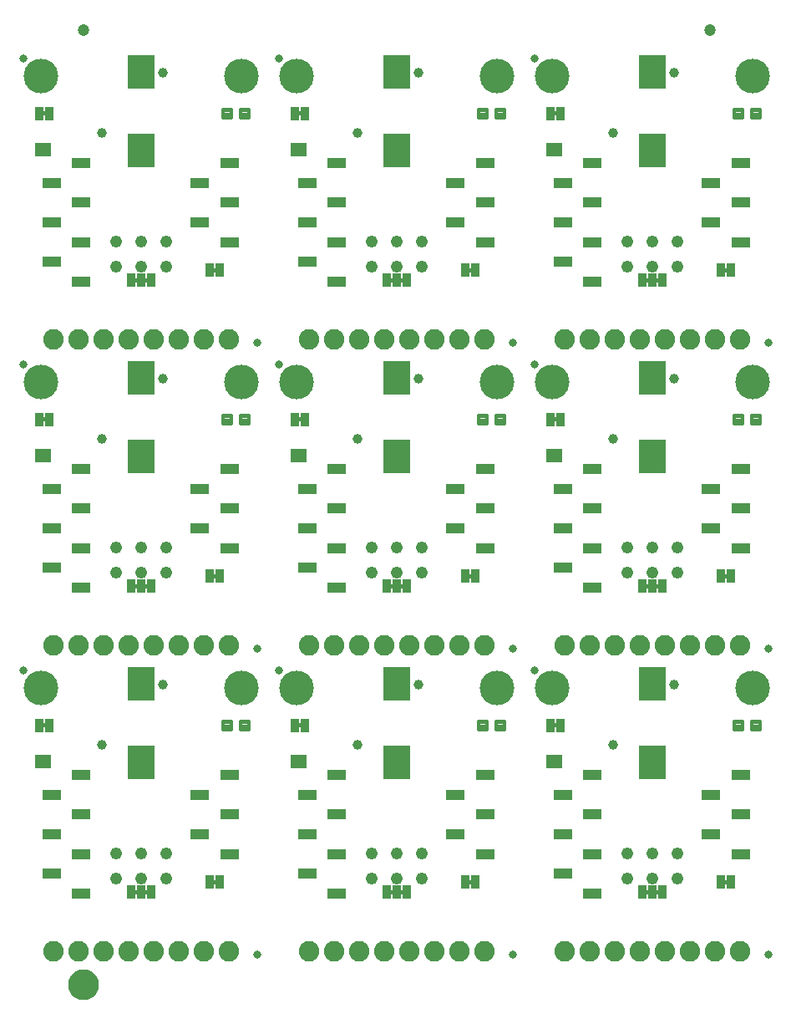
<source format=gbs>
G75*
%MOIN*%
%OFA0B0*%
%FSLAX25Y25*%
%IPPOS*%
%LPD*%
%AMOC8*
5,1,8,0,0,1.08239X$1,22.5*
%
%ADD10C,0.13800*%
%ADD11R,0.03300X0.05800*%
%ADD12C,0.00500*%
%ADD13C,0.08200*%
%ADD14C,0.03300*%
%ADD15R,0.07493X0.04146*%
%ADD16C,0.04808*%
%ADD17C,0.01421*%
%ADD18R,0.10643X0.13398*%
%ADD19C,0.03950*%
%ADD20C,0.04737*%
%ADD21C,0.05000*%
%ADD22C,0.06706*%
D10*
X0044481Y0138750D03*
X0124481Y0138750D03*
X0146481Y0138750D03*
X0226481Y0138750D03*
X0248481Y0138750D03*
X0328481Y0138750D03*
X0328481Y0260750D03*
X0248481Y0260750D03*
X0226481Y0260750D03*
X0146481Y0260750D03*
X0124481Y0260750D03*
X0044481Y0260750D03*
X0044481Y0382750D03*
X0124481Y0382750D03*
X0146481Y0382750D03*
X0226481Y0382750D03*
X0248481Y0382750D03*
X0328481Y0382750D03*
D11*
X0319981Y0305250D03*
X0315981Y0305250D03*
X0292481Y0301250D03*
X0288481Y0301250D03*
X0284481Y0301250D03*
X0251081Y0353250D03*
X0247881Y0353250D03*
X0247981Y0367750D03*
X0251981Y0367750D03*
X0217981Y0305250D03*
X0213981Y0305250D03*
X0190481Y0301250D03*
X0186481Y0301250D03*
X0182481Y0301250D03*
X0149081Y0353250D03*
X0145881Y0353250D03*
X0145981Y0367750D03*
X0149981Y0367750D03*
X0115981Y0305250D03*
X0111981Y0305250D03*
X0088481Y0301250D03*
X0084481Y0301250D03*
X0080481Y0301250D03*
X0047081Y0353250D03*
X0043881Y0353250D03*
X0043981Y0367750D03*
X0047981Y0367750D03*
X0047981Y0245750D03*
X0043981Y0245750D03*
X0043881Y0231250D03*
X0047081Y0231250D03*
X0080481Y0179250D03*
X0084481Y0179250D03*
X0088481Y0179250D03*
X0111981Y0183250D03*
X0115981Y0183250D03*
X0145881Y0231250D03*
X0149081Y0231250D03*
X0149981Y0245750D03*
X0145981Y0245750D03*
X0182481Y0179250D03*
X0186481Y0179250D03*
X0190481Y0179250D03*
X0213981Y0183250D03*
X0217981Y0183250D03*
X0247881Y0231250D03*
X0251081Y0231250D03*
X0251981Y0245750D03*
X0247981Y0245750D03*
X0284481Y0179250D03*
X0288481Y0179250D03*
X0292481Y0179250D03*
X0315981Y0183250D03*
X0319981Y0183250D03*
X0251981Y0123750D03*
X0247981Y0123750D03*
X0247881Y0109250D03*
X0251081Y0109250D03*
X0217981Y0061250D03*
X0213981Y0061250D03*
X0190481Y0057250D03*
X0186481Y0057250D03*
X0182481Y0057250D03*
X0149081Y0109250D03*
X0145881Y0109250D03*
X0145981Y0123750D03*
X0149981Y0123750D03*
X0115981Y0061250D03*
X0111981Y0061250D03*
X0088481Y0057250D03*
X0084481Y0057250D03*
X0080481Y0057250D03*
X0047081Y0109250D03*
X0043881Y0109250D03*
X0043981Y0123750D03*
X0047981Y0123750D03*
X0284481Y0057250D03*
X0288481Y0057250D03*
X0292481Y0057250D03*
X0315981Y0061250D03*
X0319981Y0061250D03*
D12*
X0318731Y0061153D02*
X0317231Y0061153D01*
X0317231Y0060750D02*
X0318731Y0060750D01*
X0318731Y0061750D01*
X0317231Y0061750D01*
X0317231Y0060750D01*
X0317231Y0061652D02*
X0318731Y0061652D01*
X0291231Y0057750D02*
X0291231Y0056750D01*
X0285731Y0056750D01*
X0285731Y0057750D01*
X0291231Y0057750D01*
X0291231Y0057664D02*
X0285731Y0057664D01*
X0285731Y0057165D02*
X0291231Y0057165D01*
X0250731Y0123250D02*
X0250731Y0124250D01*
X0249231Y0124250D01*
X0249231Y0123250D01*
X0250731Y0123250D01*
X0250731Y0123467D02*
X0249231Y0123467D01*
X0249231Y0123966D02*
X0250731Y0123966D01*
X0285731Y0178750D02*
X0291231Y0178750D01*
X0291231Y0179750D01*
X0285731Y0179750D01*
X0285731Y0178750D01*
X0285731Y0178802D02*
X0291231Y0178802D01*
X0291231Y0179300D02*
X0285731Y0179300D01*
X0317231Y0182750D02*
X0318731Y0182750D01*
X0318731Y0183750D01*
X0317231Y0183750D01*
X0317231Y0182750D01*
X0317231Y0182790D02*
X0318731Y0182790D01*
X0318731Y0183289D02*
X0317231Y0183289D01*
X0250731Y0245250D02*
X0250731Y0246250D01*
X0249231Y0246250D01*
X0249231Y0245250D01*
X0250731Y0245250D01*
X0250731Y0245602D02*
X0249231Y0245602D01*
X0249231Y0246101D02*
X0250731Y0246101D01*
X0285731Y0300750D02*
X0291231Y0300750D01*
X0291231Y0301750D01*
X0285731Y0301750D01*
X0285731Y0300750D01*
X0285731Y0300937D02*
X0291231Y0300937D01*
X0291231Y0301436D02*
X0285731Y0301436D01*
X0317231Y0304750D02*
X0318731Y0304750D01*
X0318731Y0305750D01*
X0317231Y0305750D01*
X0317231Y0304750D01*
X0317231Y0304925D02*
X0318731Y0304925D01*
X0318731Y0305424D02*
X0317231Y0305424D01*
X0250731Y0367250D02*
X0250731Y0368250D01*
X0249231Y0368250D01*
X0249231Y0367250D01*
X0250731Y0367250D01*
X0250731Y0367738D02*
X0249231Y0367738D01*
X0249231Y0368236D02*
X0250731Y0368236D01*
X0216731Y0305750D02*
X0215231Y0305750D01*
X0215231Y0304750D01*
X0216731Y0304750D01*
X0216731Y0305750D01*
X0216731Y0305424D02*
X0215231Y0305424D01*
X0215231Y0304925D02*
X0216731Y0304925D01*
X0189231Y0301750D02*
X0189231Y0300750D01*
X0183731Y0300750D01*
X0183731Y0301750D01*
X0189231Y0301750D01*
X0189231Y0301436D02*
X0183731Y0301436D01*
X0183731Y0300937D02*
X0189231Y0300937D01*
X0148731Y0246250D02*
X0148731Y0245250D01*
X0147231Y0245250D01*
X0147231Y0246250D01*
X0148731Y0246250D01*
X0148731Y0246101D02*
X0147231Y0246101D01*
X0147231Y0245602D02*
X0148731Y0245602D01*
X0114731Y0304750D02*
X0114731Y0305750D01*
X0113231Y0305750D01*
X0113231Y0304750D01*
X0114731Y0304750D01*
X0114731Y0304925D02*
X0113231Y0304925D01*
X0113231Y0305424D02*
X0114731Y0305424D01*
X0087231Y0301750D02*
X0087231Y0300750D01*
X0081731Y0300750D01*
X0081731Y0301750D01*
X0087231Y0301750D01*
X0087231Y0301436D02*
X0081731Y0301436D01*
X0081731Y0300937D02*
X0087231Y0300937D01*
X0046731Y0246250D02*
X0046731Y0245250D01*
X0045231Y0245250D01*
X0045231Y0246250D01*
X0046731Y0246250D01*
X0046731Y0246101D02*
X0045231Y0246101D01*
X0045231Y0245602D02*
X0046731Y0245602D01*
X0081731Y0179750D02*
X0081731Y0178750D01*
X0087231Y0178750D01*
X0087231Y0179750D01*
X0081731Y0179750D01*
X0081731Y0179300D02*
X0087231Y0179300D01*
X0087231Y0178802D02*
X0081731Y0178802D01*
X0113231Y0182750D02*
X0114731Y0182750D01*
X0114731Y0183750D01*
X0113231Y0183750D01*
X0113231Y0182750D01*
X0113231Y0182790D02*
X0114731Y0182790D01*
X0114731Y0183289D02*
X0113231Y0183289D01*
X0147231Y0124250D02*
X0147231Y0123250D01*
X0148731Y0123250D01*
X0148731Y0124250D01*
X0147231Y0124250D01*
X0147231Y0123966D02*
X0148731Y0123966D01*
X0148731Y0123467D02*
X0147231Y0123467D01*
X0183731Y0178750D02*
X0189231Y0178750D01*
X0189231Y0179750D01*
X0183731Y0179750D01*
X0183731Y0178750D01*
X0183731Y0178802D02*
X0189231Y0178802D01*
X0189231Y0179300D02*
X0183731Y0179300D01*
X0215231Y0182750D02*
X0216731Y0182750D01*
X0216731Y0183750D01*
X0215231Y0183750D01*
X0215231Y0182750D01*
X0215231Y0182790D02*
X0216731Y0182790D01*
X0216731Y0183289D02*
X0215231Y0183289D01*
X0215231Y0061750D02*
X0215231Y0060750D01*
X0216731Y0060750D01*
X0216731Y0061750D01*
X0215231Y0061750D01*
X0215231Y0061652D02*
X0216731Y0061652D01*
X0216731Y0061153D02*
X0215231Y0061153D01*
X0189231Y0057750D02*
X0189231Y0056750D01*
X0183731Y0056750D01*
X0183731Y0057750D01*
X0189231Y0057750D01*
X0189231Y0057664D02*
X0183731Y0057664D01*
X0183731Y0057165D02*
X0189231Y0057165D01*
X0114731Y0060750D02*
X0114731Y0061750D01*
X0113231Y0061750D01*
X0113231Y0060750D01*
X0114731Y0060750D01*
X0114731Y0061153D02*
X0113231Y0061153D01*
X0113231Y0061652D02*
X0114731Y0061652D01*
X0087231Y0057750D02*
X0087231Y0056750D01*
X0081731Y0056750D01*
X0081731Y0057750D01*
X0087231Y0057750D01*
X0087231Y0057664D02*
X0081731Y0057664D01*
X0081731Y0057165D02*
X0087231Y0057165D01*
X0046731Y0123250D02*
X0046731Y0124250D01*
X0045231Y0124250D01*
X0045231Y0123250D01*
X0046731Y0123250D01*
X0046731Y0123467D02*
X0045231Y0123467D01*
X0045231Y0123966D02*
X0046731Y0123966D01*
X0046731Y0367250D02*
X0046731Y0368250D01*
X0045231Y0368250D01*
X0045231Y0367250D01*
X0046731Y0367250D01*
X0046731Y0367738D02*
X0045231Y0367738D01*
X0045231Y0368236D02*
X0046731Y0368236D01*
X0147231Y0368236D02*
X0148731Y0368236D01*
X0148731Y0368250D02*
X0148731Y0367250D01*
X0147231Y0367250D01*
X0147231Y0368250D01*
X0148731Y0368250D01*
X0148731Y0367738D02*
X0147231Y0367738D01*
D13*
X0049481Y0033750D03*
X0059481Y0033750D03*
X0069481Y0033750D03*
X0079481Y0033750D03*
X0089481Y0033750D03*
X0099481Y0033750D03*
X0109481Y0033750D03*
X0119481Y0033750D03*
X0151481Y0033750D03*
X0161481Y0033750D03*
X0171481Y0033750D03*
X0181481Y0033750D03*
X0191481Y0033750D03*
X0201481Y0033750D03*
X0211481Y0033750D03*
X0221481Y0033750D03*
X0253481Y0033750D03*
X0263481Y0033750D03*
X0273481Y0033750D03*
X0283481Y0033750D03*
X0293481Y0033750D03*
X0303481Y0033750D03*
X0313481Y0033750D03*
X0323481Y0033750D03*
X0323481Y0155750D03*
X0313481Y0155750D03*
X0303481Y0155750D03*
X0293481Y0155750D03*
X0283481Y0155750D03*
X0273481Y0155750D03*
X0263481Y0155750D03*
X0253481Y0155750D03*
X0221481Y0155750D03*
X0211481Y0155750D03*
X0201481Y0155750D03*
X0191481Y0155750D03*
X0181481Y0155750D03*
X0171481Y0155750D03*
X0161481Y0155750D03*
X0151481Y0155750D03*
X0119481Y0155750D03*
X0109481Y0155750D03*
X0099481Y0155750D03*
X0089481Y0155750D03*
X0079481Y0155750D03*
X0069481Y0155750D03*
X0059481Y0155750D03*
X0049481Y0155750D03*
X0049481Y0277750D03*
X0059481Y0277750D03*
X0069481Y0277750D03*
X0079481Y0277750D03*
X0089481Y0277750D03*
X0099481Y0277750D03*
X0109481Y0277750D03*
X0119481Y0277750D03*
X0151481Y0277750D03*
X0161481Y0277750D03*
X0171481Y0277750D03*
X0181481Y0277750D03*
X0191481Y0277750D03*
X0201481Y0277750D03*
X0211481Y0277750D03*
X0221481Y0277750D03*
X0253481Y0277750D03*
X0263481Y0277750D03*
X0273481Y0277750D03*
X0283481Y0277750D03*
X0293481Y0277750D03*
X0303481Y0277750D03*
X0313481Y0277750D03*
X0323481Y0277750D03*
D14*
X0334981Y0276250D03*
X0241481Y0267750D03*
X0232981Y0276250D03*
X0139481Y0267750D03*
X0130981Y0276250D03*
X0037481Y0267750D03*
X0130981Y0154250D03*
X0139481Y0145750D03*
X0232981Y0154250D03*
X0241481Y0145750D03*
X0334981Y0154250D03*
X0334981Y0032250D03*
X0232981Y0032250D03*
X0130981Y0032250D03*
X0037481Y0145750D03*
X0037481Y0389750D03*
X0139481Y0389750D03*
X0241481Y0389750D03*
D15*
X0221907Y0347961D03*
X0210096Y0340087D03*
X0221907Y0332213D03*
X0210096Y0324339D03*
X0221907Y0316465D03*
X0252996Y0324339D03*
X0264807Y0332213D03*
X0252996Y0340087D03*
X0264807Y0347961D03*
X0264807Y0316465D03*
X0252996Y0308591D03*
X0264807Y0300717D03*
X0312096Y0324339D03*
X0323907Y0332213D03*
X0312096Y0340087D03*
X0323907Y0347961D03*
X0323907Y0316465D03*
X0323907Y0225961D03*
X0312096Y0218087D03*
X0323907Y0210213D03*
X0312096Y0202339D03*
X0323907Y0194465D03*
X0264807Y0194465D03*
X0252996Y0202339D03*
X0264807Y0210213D03*
X0252996Y0218087D03*
X0264807Y0225961D03*
X0252996Y0186591D03*
X0264807Y0178717D03*
X0221907Y0194465D03*
X0210096Y0202339D03*
X0221907Y0210213D03*
X0210096Y0218087D03*
X0221907Y0225961D03*
X0162807Y0225961D03*
X0150996Y0218087D03*
X0162807Y0210213D03*
X0150996Y0202339D03*
X0162807Y0194465D03*
X0150996Y0186591D03*
X0162807Y0178717D03*
X0119907Y0194465D03*
X0108096Y0202339D03*
X0119907Y0210213D03*
X0108096Y0218087D03*
X0119907Y0225961D03*
X0060807Y0225961D03*
X0048996Y0218087D03*
X0060807Y0210213D03*
X0048996Y0202339D03*
X0060807Y0194465D03*
X0048996Y0186591D03*
X0060807Y0178717D03*
X0060807Y0103961D03*
X0048996Y0096087D03*
X0060807Y0088213D03*
X0048996Y0080339D03*
X0060807Y0072465D03*
X0048996Y0064591D03*
X0060807Y0056717D03*
X0108096Y0080339D03*
X0119907Y0088213D03*
X0108096Y0096087D03*
X0119907Y0103961D03*
X0119907Y0072465D03*
X0150996Y0080339D03*
X0162807Y0088213D03*
X0150996Y0096087D03*
X0162807Y0103961D03*
X0162807Y0072465D03*
X0150996Y0064591D03*
X0162807Y0056717D03*
X0210096Y0080339D03*
X0221907Y0088213D03*
X0210096Y0096087D03*
X0221907Y0103961D03*
X0221907Y0072465D03*
X0252996Y0080339D03*
X0264807Y0088213D03*
X0252996Y0096087D03*
X0264807Y0103961D03*
X0264807Y0072465D03*
X0252996Y0064591D03*
X0264807Y0056717D03*
X0312096Y0080339D03*
X0323907Y0088213D03*
X0312096Y0096087D03*
X0323907Y0103961D03*
X0323907Y0072465D03*
X0162807Y0300717D03*
X0150996Y0308591D03*
X0162807Y0316465D03*
X0150996Y0324339D03*
X0162807Y0332213D03*
X0150996Y0340087D03*
X0162807Y0347961D03*
X0119907Y0347961D03*
X0108096Y0340087D03*
X0119907Y0332213D03*
X0108096Y0324339D03*
X0119907Y0316465D03*
X0060807Y0316465D03*
X0048996Y0324339D03*
X0060807Y0332213D03*
X0048996Y0340087D03*
X0060807Y0347961D03*
X0048996Y0308591D03*
X0060807Y0300717D03*
D16*
X0074481Y0306750D03*
X0074481Y0316750D03*
X0084481Y0316750D03*
X0084481Y0306750D03*
X0094481Y0306750D03*
X0094481Y0316750D03*
X0176481Y0316750D03*
X0176481Y0306750D03*
X0186481Y0306750D03*
X0186481Y0316750D03*
X0196481Y0316750D03*
X0196481Y0306750D03*
X0278481Y0306750D03*
X0278481Y0316750D03*
X0288481Y0316750D03*
X0288481Y0306750D03*
X0298481Y0306750D03*
X0298481Y0316750D03*
X0298481Y0194750D03*
X0288481Y0194750D03*
X0278481Y0194750D03*
X0278481Y0184750D03*
X0288481Y0184750D03*
X0298481Y0184750D03*
X0196481Y0184750D03*
X0186481Y0184750D03*
X0186481Y0194750D03*
X0196481Y0194750D03*
X0176481Y0194750D03*
X0176481Y0184750D03*
X0094481Y0184750D03*
X0084481Y0184750D03*
X0084481Y0194750D03*
X0094481Y0194750D03*
X0074481Y0194750D03*
X0074481Y0184750D03*
X0074481Y0072750D03*
X0074481Y0062750D03*
X0084481Y0062750D03*
X0084481Y0072750D03*
X0094481Y0072750D03*
X0094481Y0062750D03*
X0176481Y0062750D03*
X0176481Y0072750D03*
X0186481Y0072750D03*
X0186481Y0062750D03*
X0196481Y0062750D03*
X0196481Y0072750D03*
X0278481Y0072750D03*
X0278481Y0062750D03*
X0288481Y0062750D03*
X0288481Y0072750D03*
X0298481Y0072750D03*
X0298481Y0062750D03*
D17*
X0321370Y0122092D02*
X0321370Y0125408D01*
X0324686Y0125408D01*
X0324686Y0122092D01*
X0321370Y0122092D01*
X0321370Y0123512D02*
X0324686Y0123512D01*
X0324686Y0124932D02*
X0321370Y0124932D01*
X0328276Y0125408D02*
X0328276Y0122092D01*
X0328276Y0125408D02*
X0331592Y0125408D01*
X0331592Y0122092D01*
X0328276Y0122092D01*
X0328276Y0123512D02*
X0331592Y0123512D01*
X0331592Y0124932D02*
X0328276Y0124932D01*
X0226276Y0125408D02*
X0226276Y0122092D01*
X0226276Y0125408D02*
X0229592Y0125408D01*
X0229592Y0122092D01*
X0226276Y0122092D01*
X0226276Y0123512D02*
X0229592Y0123512D01*
X0229592Y0124932D02*
X0226276Y0124932D01*
X0219370Y0125408D02*
X0219370Y0122092D01*
X0219370Y0125408D02*
X0222686Y0125408D01*
X0222686Y0122092D01*
X0219370Y0122092D01*
X0219370Y0123512D02*
X0222686Y0123512D01*
X0222686Y0124932D02*
X0219370Y0124932D01*
X0124276Y0125408D02*
X0124276Y0122092D01*
X0124276Y0125408D02*
X0127592Y0125408D01*
X0127592Y0122092D01*
X0124276Y0122092D01*
X0124276Y0123512D02*
X0127592Y0123512D01*
X0127592Y0124932D02*
X0124276Y0124932D01*
X0117370Y0125408D02*
X0117370Y0122092D01*
X0117370Y0125408D02*
X0120686Y0125408D01*
X0120686Y0122092D01*
X0117370Y0122092D01*
X0117370Y0123512D02*
X0120686Y0123512D01*
X0120686Y0124932D02*
X0117370Y0124932D01*
X0117370Y0244092D02*
X0117370Y0247408D01*
X0120686Y0247408D01*
X0120686Y0244092D01*
X0117370Y0244092D01*
X0117370Y0245512D02*
X0120686Y0245512D01*
X0120686Y0246932D02*
X0117370Y0246932D01*
X0124276Y0247408D02*
X0124276Y0244092D01*
X0124276Y0247408D02*
X0127592Y0247408D01*
X0127592Y0244092D01*
X0124276Y0244092D01*
X0124276Y0245512D02*
X0127592Y0245512D01*
X0127592Y0246932D02*
X0124276Y0246932D01*
X0219370Y0247408D02*
X0219370Y0244092D01*
X0219370Y0247408D02*
X0222686Y0247408D01*
X0222686Y0244092D01*
X0219370Y0244092D01*
X0219370Y0245512D02*
X0222686Y0245512D01*
X0222686Y0246932D02*
X0219370Y0246932D01*
X0226276Y0247408D02*
X0226276Y0244092D01*
X0226276Y0247408D02*
X0229592Y0247408D01*
X0229592Y0244092D01*
X0226276Y0244092D01*
X0226276Y0245512D02*
X0229592Y0245512D01*
X0229592Y0246932D02*
X0226276Y0246932D01*
X0321370Y0247408D02*
X0321370Y0244092D01*
X0321370Y0247408D02*
X0324686Y0247408D01*
X0324686Y0244092D01*
X0321370Y0244092D01*
X0321370Y0245512D02*
X0324686Y0245512D01*
X0324686Y0246932D02*
X0321370Y0246932D01*
X0328276Y0247408D02*
X0328276Y0244092D01*
X0328276Y0247408D02*
X0331592Y0247408D01*
X0331592Y0244092D01*
X0328276Y0244092D01*
X0328276Y0245512D02*
X0331592Y0245512D01*
X0331592Y0246932D02*
X0328276Y0246932D01*
X0328276Y0366092D02*
X0328276Y0369408D01*
X0331592Y0369408D01*
X0331592Y0366092D01*
X0328276Y0366092D01*
X0328276Y0367512D02*
X0331592Y0367512D01*
X0331592Y0368932D02*
X0328276Y0368932D01*
X0321370Y0369408D02*
X0321370Y0366092D01*
X0321370Y0369408D02*
X0324686Y0369408D01*
X0324686Y0366092D01*
X0321370Y0366092D01*
X0321370Y0367512D02*
X0324686Y0367512D01*
X0324686Y0368932D02*
X0321370Y0368932D01*
X0226276Y0369408D02*
X0226276Y0366092D01*
X0226276Y0369408D02*
X0229592Y0369408D01*
X0229592Y0366092D01*
X0226276Y0366092D01*
X0226276Y0367512D02*
X0229592Y0367512D01*
X0229592Y0368932D02*
X0226276Y0368932D01*
X0219370Y0369408D02*
X0219370Y0366092D01*
X0219370Y0369408D02*
X0222686Y0369408D01*
X0222686Y0366092D01*
X0219370Y0366092D01*
X0219370Y0367512D02*
X0222686Y0367512D01*
X0222686Y0368932D02*
X0219370Y0368932D01*
X0124276Y0369408D02*
X0124276Y0366092D01*
X0124276Y0369408D02*
X0127592Y0369408D01*
X0127592Y0366092D01*
X0124276Y0366092D01*
X0124276Y0367512D02*
X0127592Y0367512D01*
X0127592Y0368932D02*
X0124276Y0368932D01*
X0117370Y0369408D02*
X0117370Y0366092D01*
X0117370Y0369408D02*
X0120686Y0369408D01*
X0120686Y0366092D01*
X0117370Y0366092D01*
X0117370Y0367512D02*
X0120686Y0367512D01*
X0120686Y0368932D02*
X0117370Y0368932D01*
D18*
X0084481Y0384498D03*
X0084481Y0353002D03*
X0084481Y0262498D03*
X0084481Y0231002D03*
X0084481Y0140498D03*
X0084481Y0109002D03*
X0186481Y0109002D03*
X0186481Y0140498D03*
X0186481Y0231002D03*
X0186481Y0262498D03*
X0186481Y0353002D03*
X0186481Y0384498D03*
X0288481Y0384498D03*
X0288481Y0353002D03*
X0288481Y0262498D03*
X0288481Y0231002D03*
X0288481Y0140498D03*
X0288481Y0109002D03*
D19*
X0273127Y0115892D03*
X0297340Y0140104D03*
X0273127Y0237892D03*
X0297340Y0262104D03*
X0273127Y0359892D03*
X0297340Y0384104D03*
X0195340Y0384104D03*
X0171127Y0359892D03*
X0093340Y0384104D03*
X0069127Y0359892D03*
X0093340Y0262104D03*
X0069127Y0237892D03*
X0093340Y0140104D03*
X0069127Y0115892D03*
X0171127Y0115892D03*
X0195340Y0140104D03*
X0171127Y0237892D03*
X0195340Y0262104D03*
D20*
X0311481Y0401000D03*
X0061481Y0401000D03*
D21*
X0057916Y0020500D02*
X0057918Y0020619D01*
X0057924Y0020738D01*
X0057934Y0020857D01*
X0057948Y0020975D01*
X0057966Y0021093D01*
X0057987Y0021210D01*
X0058013Y0021326D01*
X0058043Y0021442D01*
X0058076Y0021556D01*
X0058113Y0021669D01*
X0058154Y0021781D01*
X0058199Y0021892D01*
X0058247Y0022001D01*
X0058299Y0022108D01*
X0058355Y0022213D01*
X0058414Y0022317D01*
X0058476Y0022418D01*
X0058542Y0022518D01*
X0058611Y0022615D01*
X0058683Y0022709D01*
X0058759Y0022802D01*
X0058837Y0022891D01*
X0058918Y0022978D01*
X0059003Y0023063D01*
X0059090Y0023144D01*
X0059179Y0023222D01*
X0059272Y0023298D01*
X0059366Y0023370D01*
X0059463Y0023439D01*
X0059563Y0023505D01*
X0059664Y0023567D01*
X0059768Y0023626D01*
X0059873Y0023682D01*
X0059980Y0023734D01*
X0060089Y0023782D01*
X0060200Y0023827D01*
X0060312Y0023868D01*
X0060425Y0023905D01*
X0060539Y0023938D01*
X0060655Y0023968D01*
X0060771Y0023994D01*
X0060888Y0024015D01*
X0061006Y0024033D01*
X0061124Y0024047D01*
X0061243Y0024057D01*
X0061362Y0024063D01*
X0061481Y0024065D01*
X0061600Y0024063D01*
X0061719Y0024057D01*
X0061838Y0024047D01*
X0061956Y0024033D01*
X0062074Y0024015D01*
X0062191Y0023994D01*
X0062307Y0023968D01*
X0062423Y0023938D01*
X0062537Y0023905D01*
X0062650Y0023868D01*
X0062762Y0023827D01*
X0062873Y0023782D01*
X0062982Y0023734D01*
X0063089Y0023682D01*
X0063194Y0023626D01*
X0063298Y0023567D01*
X0063399Y0023505D01*
X0063499Y0023439D01*
X0063596Y0023370D01*
X0063690Y0023298D01*
X0063783Y0023222D01*
X0063872Y0023144D01*
X0063959Y0023063D01*
X0064044Y0022978D01*
X0064125Y0022891D01*
X0064203Y0022802D01*
X0064279Y0022709D01*
X0064351Y0022615D01*
X0064420Y0022518D01*
X0064486Y0022418D01*
X0064548Y0022317D01*
X0064607Y0022213D01*
X0064663Y0022108D01*
X0064715Y0022001D01*
X0064763Y0021892D01*
X0064808Y0021781D01*
X0064849Y0021669D01*
X0064886Y0021556D01*
X0064919Y0021442D01*
X0064949Y0021326D01*
X0064975Y0021210D01*
X0064996Y0021093D01*
X0065014Y0020975D01*
X0065028Y0020857D01*
X0065038Y0020738D01*
X0065044Y0020619D01*
X0065046Y0020500D01*
X0065044Y0020381D01*
X0065038Y0020262D01*
X0065028Y0020143D01*
X0065014Y0020025D01*
X0064996Y0019907D01*
X0064975Y0019790D01*
X0064949Y0019674D01*
X0064919Y0019558D01*
X0064886Y0019444D01*
X0064849Y0019331D01*
X0064808Y0019219D01*
X0064763Y0019108D01*
X0064715Y0018999D01*
X0064663Y0018892D01*
X0064607Y0018787D01*
X0064548Y0018683D01*
X0064486Y0018582D01*
X0064420Y0018482D01*
X0064351Y0018385D01*
X0064279Y0018291D01*
X0064203Y0018198D01*
X0064125Y0018109D01*
X0064044Y0018022D01*
X0063959Y0017937D01*
X0063872Y0017856D01*
X0063783Y0017778D01*
X0063690Y0017702D01*
X0063596Y0017630D01*
X0063499Y0017561D01*
X0063399Y0017495D01*
X0063298Y0017433D01*
X0063194Y0017374D01*
X0063089Y0017318D01*
X0062982Y0017266D01*
X0062873Y0017218D01*
X0062762Y0017173D01*
X0062650Y0017132D01*
X0062537Y0017095D01*
X0062423Y0017062D01*
X0062307Y0017032D01*
X0062191Y0017006D01*
X0062074Y0016985D01*
X0061956Y0016967D01*
X0061838Y0016953D01*
X0061719Y0016943D01*
X0061600Y0016937D01*
X0061481Y0016935D01*
X0061362Y0016937D01*
X0061243Y0016943D01*
X0061124Y0016953D01*
X0061006Y0016967D01*
X0060888Y0016985D01*
X0060771Y0017006D01*
X0060655Y0017032D01*
X0060539Y0017062D01*
X0060425Y0017095D01*
X0060312Y0017132D01*
X0060200Y0017173D01*
X0060089Y0017218D01*
X0059980Y0017266D01*
X0059873Y0017318D01*
X0059768Y0017374D01*
X0059664Y0017433D01*
X0059563Y0017495D01*
X0059463Y0017561D01*
X0059366Y0017630D01*
X0059272Y0017702D01*
X0059179Y0017778D01*
X0059090Y0017856D01*
X0059003Y0017937D01*
X0058918Y0018022D01*
X0058837Y0018109D01*
X0058759Y0018198D01*
X0058683Y0018291D01*
X0058611Y0018385D01*
X0058542Y0018482D01*
X0058476Y0018582D01*
X0058414Y0018683D01*
X0058355Y0018787D01*
X0058299Y0018892D01*
X0058247Y0018999D01*
X0058199Y0019108D01*
X0058154Y0019219D01*
X0058113Y0019331D01*
X0058076Y0019444D01*
X0058043Y0019558D01*
X0058013Y0019674D01*
X0057987Y0019790D01*
X0057966Y0019907D01*
X0057948Y0020025D01*
X0057934Y0020143D01*
X0057924Y0020262D01*
X0057918Y0020381D01*
X0057916Y0020500D01*
D22*
X0061481Y0020500D03*
M02*

</source>
